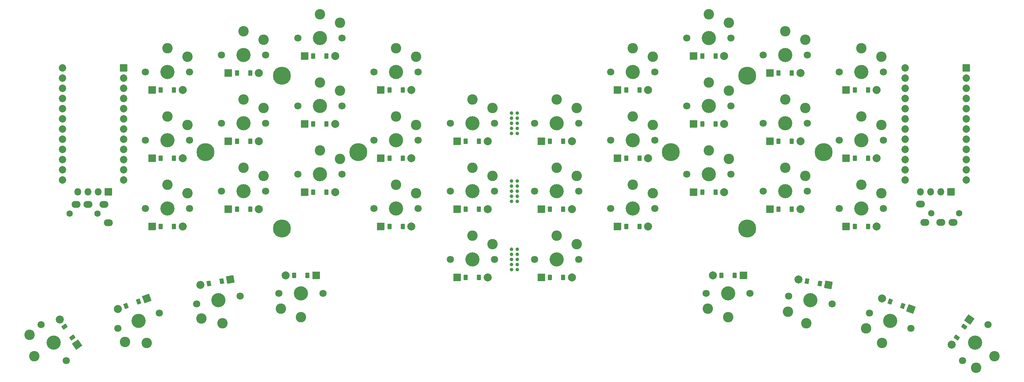
<source format=gbr>
%TF.GenerationSoftware,KiCad,Pcbnew,(6.0.4)*%
%TF.CreationDate,2022-07-04T17:43:03-04:00*%
%TF.ProjectId,glitch,676c6974-6368-42e6-9b69-6361645f7063,v1.0.0*%
%TF.SameCoordinates,Original*%
%TF.FileFunction,Soldermask,Bot*%
%TF.FilePolarity,Negative*%
%FSLAX46Y46*%
G04 Gerber Fmt 4.6, Leading zero omitted, Abs format (unit mm)*
G04 Created by KiCad (PCBNEW (6.0.4)) date 2022-07-04 17:43:03*
%MOMM*%
%LPD*%
G01*
G04 APERTURE LIST*
G04 Aperture macros list*
%AMRoundRect*
0 Rectangle with rounded corners*
0 $1 Rounding radius*
0 $2 $3 $4 $5 $6 $7 $8 $9 X,Y pos of 4 corners*
0 Add a 4 corners polygon primitive as box body*
4,1,4,$2,$3,$4,$5,$6,$7,$8,$9,$2,$3,0*
0 Add four circle primitives for the rounded corners*
1,1,$1+$1,$2,$3*
1,1,$1+$1,$4,$5*
1,1,$1+$1,$6,$7*
1,1,$1+$1,$8,$9*
0 Add four rect primitives between the rounded corners*
20,1,$1+$1,$2,$3,$4,$5,0*
20,1,$1+$1,$4,$5,$6,$7,0*
20,1,$1+$1,$6,$7,$8,$9,0*
20,1,$1+$1,$8,$9,$2,$3,0*%
G04 Aperture macros list end*
%ADD10C,3.529000*%
%ADD11C,1.801800*%
%ADD12C,2.600000*%
%ADD13RoundRect,0.050000X-0.450000X-0.600000X0.450000X-0.600000X0.450000X0.600000X-0.450000X0.600000X0*%
%ADD14C,2.005000*%
%ADD15RoundRect,0.050000X-0.889000X-0.889000X0.889000X-0.889000X0.889000X0.889000X-0.889000X0.889000X0*%
%ADD16RoundRect,0.050000X0.450000X0.600000X-0.450000X0.600000X-0.450000X-0.600000X0.450000X-0.600000X0*%
%ADD17RoundRect,0.050000X0.889000X0.889000X-0.889000X0.889000X-0.889000X-0.889000X0.889000X-0.889000X0*%
%ADD18RoundRect,0.050000X0.547352X0.512743X-0.338975X0.669026X-0.547352X-0.512743X0.338975X-0.669026X0*%
%ADD19RoundRect,0.050000X1.029867X0.721121X-0.721121X1.029867X-1.029867X-0.721121X0.721121X-1.029867X0*%
%ADD20RoundRect,0.050000X0.628074X0.409907X-0.217650X0.717725X-0.628074X-0.409907X0.217650X-0.717725X0*%
%ADD21RoundRect,0.050000X1.139443X0.531331X-0.531331X1.139443X-1.139443X-0.531331X0.531331X-1.139443X0*%
%ADD22RoundRect,0.050000X-0.233382X0.712764X-0.749601X-0.024473X0.233382X-0.712764X0.749601X0.024473X0*%
%ADD23RoundRect,0.050000X-0.218317X1.238136X-1.238136X-0.218317X0.218317X-1.238136X1.238136X0.218317X0*%
%ADD24RoundRect,0.050000X0.338975X0.669026X-0.547352X0.512743X-0.338975X-0.669026X0.547352X-0.512743X0*%
%ADD25RoundRect,0.050000X0.721121X1.029867X-1.029867X0.721121X-0.721121X-1.029867X1.029867X-0.721121X0*%
%ADD26RoundRect,0.050000X0.217650X0.717725X-0.628074X0.409907X-0.217650X-0.717725X0.628074X-0.409907X0*%
%ADD27RoundRect,0.050000X0.531331X1.139443X-1.139443X0.531331X-0.531331X-1.139443X1.139443X-0.531331X0*%
%ADD28RoundRect,0.050000X0.749601X-0.024473X0.233382X0.712764X-0.749601X0.024473X-0.233382X-0.712764X0*%
%ADD29RoundRect,0.050000X1.238136X-0.218317X0.218317X1.238136X-1.238136X0.218317X-0.218317X-1.238136X0*%
%ADD30RoundRect,0.050000X-0.876300X0.876300X-0.876300X-0.876300X0.876300X-0.876300X0.876300X0.876300X0*%
%ADD31C,1.852600*%
%ADD32C,1.600000*%
%ADD33O,2.300000X1.700000*%
%ADD34O,1.800000X1.800000*%
%ADD35RoundRect,0.050000X-0.850000X-0.850000X0.850000X-0.850000X0.850000X0.850000X-0.850000X0.850000X0*%
%ADD36C,4.500000*%
%ADD37C,0.887400*%
G04 APERTURE END LIST*
D10*
%TO.C,S1*%
X0Y0D03*
D11*
X5500000Y0D03*
X-5500000Y0D03*
D12*
X5000000Y3800000D03*
X0Y5900000D03*
%TD*%
D13*
%TO.C,D1*%
X1650000Y-4500000D03*
X-1650000Y-4500000D03*
D14*
X3810000Y-4500000D03*
D15*
X-3810000Y-4500000D03*
%TD*%
D10*
%TO.C,S2*%
X0Y17000000D03*
D11*
X5500000Y17000000D03*
X-5500000Y17000000D03*
D12*
X5000000Y20800000D03*
X0Y22900000D03*
%TD*%
D13*
%TO.C,D2*%
X1650000Y12500000D03*
X-1650000Y12500000D03*
D14*
X3810000Y12500000D03*
D15*
X-3810000Y12500000D03*
%TD*%
D10*
%TO.C,S3*%
X0Y34000000D03*
D11*
X5500000Y34000000D03*
X-5500000Y34000000D03*
D12*
X5000000Y37800000D03*
X0Y39900000D03*
%TD*%
D13*
%TO.C,D3*%
X1650000Y29500000D03*
X-1650000Y29500000D03*
D14*
X3810000Y29500000D03*
D15*
X-3810000Y29500000D03*
%TD*%
D10*
%TO.C,S4*%
X19000000Y12750000D03*
D11*
X24500000Y12750000D03*
X13500000Y12750000D03*
D12*
X24000000Y16550000D03*
X19000000Y18650000D03*
%TD*%
D13*
%TO.C,D4*%
X20650000Y8250000D03*
X17350000Y8250000D03*
D14*
X22810000Y8250000D03*
D15*
X15190000Y8250000D03*
%TD*%
D10*
%TO.C,S5*%
X19000000Y29750000D03*
D11*
X24500000Y29750000D03*
X13500000Y29750000D03*
D12*
X24000000Y33550000D03*
X19000000Y35650000D03*
%TD*%
D13*
%TO.C,D5*%
X20650000Y25250000D03*
X17350000Y25250000D03*
D14*
X22810000Y25250000D03*
D15*
X15190000Y25250000D03*
%TD*%
D10*
%TO.C,S6*%
X19000000Y46750000D03*
D11*
X24500000Y46750000D03*
X13500000Y46750000D03*
D12*
X24000000Y50550000D03*
X19000000Y52650000D03*
%TD*%
D13*
%TO.C,D6*%
X20650000Y42250000D03*
X17350000Y42250000D03*
D14*
X22810000Y42250000D03*
D15*
X15190000Y42250000D03*
%TD*%
D10*
%TO.C,S7*%
X38000000Y21250000D03*
D11*
X43500000Y21250000D03*
X32500000Y21250000D03*
D12*
X43000000Y25050000D03*
X38000000Y27150000D03*
%TD*%
D13*
%TO.C,D7*%
X39650000Y16750000D03*
X36350000Y16750000D03*
D14*
X41810000Y16750000D03*
D15*
X34190000Y16750000D03*
%TD*%
D10*
%TO.C,S8*%
X38000000Y38250000D03*
D11*
X43500000Y38250000D03*
X32500000Y38250000D03*
D12*
X43000000Y42050000D03*
X38000000Y44150000D03*
%TD*%
D13*
%TO.C,D8*%
X39650000Y33750000D03*
X36350000Y33750000D03*
D14*
X41810000Y33750000D03*
D15*
X34190000Y33750000D03*
%TD*%
D10*
%TO.C,S9*%
X38000000Y55250000D03*
D11*
X43500000Y55250000D03*
X32500000Y55250000D03*
D12*
X43000000Y59050000D03*
X38000000Y61150000D03*
%TD*%
D13*
%TO.C,D9*%
X39650000Y50750000D03*
X36350000Y50750000D03*
D14*
X41810000Y50750000D03*
D15*
X34190000Y50750000D03*
%TD*%
D10*
%TO.C,S10*%
X57000000Y17000000D03*
D11*
X62500000Y17000000D03*
X51500000Y17000000D03*
D12*
X62000000Y20800000D03*
X57000000Y22900000D03*
%TD*%
D13*
%TO.C,D10*%
X58650000Y12500000D03*
X55350000Y12500000D03*
D14*
X60810000Y12500000D03*
D15*
X53190000Y12500000D03*
%TD*%
D10*
%TO.C,S11*%
X57000000Y34000000D03*
D11*
X62500000Y34000000D03*
X51500000Y34000000D03*
D12*
X62000000Y37800000D03*
X57000000Y39900000D03*
%TD*%
D13*
%TO.C,D11*%
X58650000Y29500000D03*
X55350000Y29500000D03*
D14*
X60810000Y29500000D03*
D15*
X53190000Y29500000D03*
%TD*%
D10*
%TO.C,S12*%
X57000000Y51000000D03*
D11*
X62500000Y51000000D03*
X51500000Y51000000D03*
D12*
X62000000Y54800000D03*
X57000000Y56900000D03*
%TD*%
D13*
%TO.C,D12*%
X58650000Y46500000D03*
X55350000Y46500000D03*
D14*
X60810000Y46500000D03*
D15*
X53190000Y46500000D03*
%TD*%
D10*
%TO.C,S13*%
X76000000Y12750000D03*
D11*
X81500000Y12750000D03*
X70500000Y12750000D03*
D12*
X81000000Y16550000D03*
X76000000Y18650000D03*
%TD*%
D13*
%TO.C,D13*%
X77650000Y8250000D03*
X74350000Y8250000D03*
D14*
X79810000Y8250000D03*
D15*
X72190000Y8250000D03*
%TD*%
D10*
%TO.C,S14*%
X76000000Y29750000D03*
D11*
X81500000Y29750000D03*
X70500000Y29750000D03*
D12*
X81000000Y33550000D03*
X76000000Y35650000D03*
%TD*%
D13*
%TO.C,D14*%
X77650000Y25250000D03*
X74350000Y25250000D03*
D14*
X79810000Y25250000D03*
D15*
X72190000Y25250000D03*
%TD*%
D10*
%TO.C,S15*%
X76000000Y46750000D03*
D11*
X81500000Y46750000D03*
X70500000Y46750000D03*
D12*
X81000000Y50550000D03*
X76000000Y52650000D03*
%TD*%
D13*
%TO.C,D15*%
X77650000Y42250000D03*
X74350000Y42250000D03*
D14*
X79810000Y42250000D03*
D15*
X72190000Y42250000D03*
%TD*%
D10*
%TO.C,S16*%
X42750000Y-8500000D03*
D11*
X37250000Y-8500000D03*
X48250000Y-8500000D03*
D12*
X37750000Y-12300000D03*
X42750000Y-14400000D03*
%TD*%
D16*
%TO.C,D16*%
X41100000Y-4000000D03*
X44400000Y-4000000D03*
D14*
X38940000Y-4000000D03*
D17*
X46560000Y-4000000D03*
%TD*%
D10*
%TO.C,S17*%
X63270524Y-10120336D03*
D11*
X57854081Y-9165271D03*
X68686967Y-11075401D03*
D12*
X57686622Y-12994365D03*
X62246000Y-15930702D03*
%TD*%
D18*
%TO.C,D17*%
X62427007Y-5402182D03*
X65676873Y-5975220D03*
D14*
X60299822Y-5027101D03*
D19*
X67804058Y-6350301D03*
%TD*%
D10*
%TO.C,S18*%
X83197926Y-15279407D03*
D11*
X78029617Y-13398296D03*
X88366235Y-17160518D03*
D12*
X77199786Y-17140138D03*
X81180007Y-20823593D03*
%TD*%
D20*
%TO.C,D18*%
X83186524Y-10486457D03*
X86287510Y-11615123D03*
D14*
X81156788Y-9747693D03*
D21*
X88317246Y-12353887D03*
%TD*%
D10*
%TO.C,S19*%
X104374834Y-20711598D03*
D11*
X101220164Y-25216934D03*
X107529504Y-16206262D03*
D12*
X104619730Y-26986949D03*
X109207831Y-24095699D03*
%TD*%
D22*
%TO.C,D19*%
X99742248Y-19482105D03*
X101635050Y-16778903D03*
D14*
X98503323Y-21251473D03*
D23*
X102873975Y-15009535D03*
%TD*%
D10*
%TO.C,S20*%
X-21000000Y0D03*
D11*
X-15500000Y0D03*
X-26500000Y0D03*
D12*
X-16000000Y3800000D03*
X-21000000Y5900000D03*
%TD*%
D13*
%TO.C,D20*%
X-19350000Y-4500000D03*
X-22650000Y-4500000D03*
D14*
X-17190000Y-4500000D03*
D15*
X-24810000Y-4500000D03*
%TD*%
D10*
%TO.C,S21*%
X-21000000Y17000000D03*
D11*
X-15500000Y17000000D03*
X-26500000Y17000000D03*
D12*
X-16000000Y20800000D03*
X-21000000Y22900000D03*
%TD*%
D13*
%TO.C,D21*%
X-19350000Y12500000D03*
X-22650000Y12500000D03*
D14*
X-17190000Y12500000D03*
D15*
X-24810000Y12500000D03*
%TD*%
D10*
%TO.C,S22*%
X-21000000Y34000000D03*
D11*
X-15500000Y34000000D03*
X-26500000Y34000000D03*
D12*
X-16000000Y37800000D03*
X-21000000Y39900000D03*
%TD*%
D13*
%TO.C,D22*%
X-19350000Y29500000D03*
X-22650000Y29500000D03*
D14*
X-17190000Y29500000D03*
D15*
X-24810000Y29500000D03*
%TD*%
D10*
%TO.C,S23*%
X-40000000Y12750000D03*
D11*
X-34500000Y12750000D03*
X-45500000Y12750000D03*
D12*
X-35000000Y16550000D03*
X-40000000Y18650000D03*
%TD*%
D13*
%TO.C,D23*%
X-38350000Y8250000D03*
X-41650000Y8250000D03*
D14*
X-36190000Y8250000D03*
D15*
X-43810000Y8250000D03*
%TD*%
D10*
%TO.C,S24*%
X-40000000Y29750000D03*
D11*
X-34500000Y29750000D03*
X-45500000Y29750000D03*
D12*
X-35000000Y33550000D03*
X-40000000Y35650000D03*
%TD*%
D13*
%TO.C,D24*%
X-38350000Y25250000D03*
X-41650000Y25250000D03*
D14*
X-36190000Y25250000D03*
D15*
X-43810000Y25250000D03*
%TD*%
D10*
%TO.C,S25*%
X-40000000Y46750000D03*
D11*
X-34500000Y46750000D03*
X-45500000Y46750000D03*
D12*
X-35000000Y50550000D03*
X-40000000Y52650000D03*
%TD*%
D13*
%TO.C,D25*%
X-38350000Y42250000D03*
X-41650000Y42250000D03*
D14*
X-36190000Y42250000D03*
D15*
X-43810000Y42250000D03*
%TD*%
D10*
%TO.C,S26*%
X-59000000Y21250000D03*
D11*
X-53500000Y21250000D03*
X-64500000Y21250000D03*
D12*
X-54000000Y25050000D03*
X-59000000Y27150000D03*
%TD*%
D13*
%TO.C,D26*%
X-57350000Y16750000D03*
X-60650000Y16750000D03*
D14*
X-55190000Y16750000D03*
D15*
X-62810000Y16750000D03*
%TD*%
D10*
%TO.C,S27*%
X-59000000Y38250000D03*
D11*
X-53500000Y38250000D03*
X-64500000Y38250000D03*
D12*
X-54000000Y42050000D03*
X-59000000Y44150000D03*
%TD*%
D13*
%TO.C,D27*%
X-57350000Y33750000D03*
X-60650000Y33750000D03*
D14*
X-55190000Y33750000D03*
D15*
X-62810000Y33750000D03*
%TD*%
D10*
%TO.C,S28*%
X-59000000Y55250000D03*
D11*
X-53500000Y55250000D03*
X-64500000Y55250000D03*
D12*
X-54000000Y59050000D03*
X-59000000Y61150000D03*
%TD*%
D13*
%TO.C,D28*%
X-57350000Y50750000D03*
X-60650000Y50750000D03*
D14*
X-55190000Y50750000D03*
D15*
X-62810000Y50750000D03*
%TD*%
D10*
%TO.C,S29*%
X-78000000Y17000000D03*
D11*
X-72500000Y17000000D03*
X-83500000Y17000000D03*
D12*
X-73000000Y20800000D03*
X-78000000Y22900000D03*
%TD*%
D13*
%TO.C,D29*%
X-76350000Y12500000D03*
X-79650000Y12500000D03*
D14*
X-74190000Y12500000D03*
D15*
X-81810000Y12500000D03*
%TD*%
D10*
%TO.C,S30*%
X-78000000Y34000000D03*
D11*
X-72500000Y34000000D03*
X-83500000Y34000000D03*
D12*
X-73000000Y37800000D03*
X-78000000Y39900000D03*
%TD*%
D13*
%TO.C,D30*%
X-76350000Y29500000D03*
X-79650000Y29500000D03*
D14*
X-74190000Y29500000D03*
D15*
X-81810000Y29500000D03*
%TD*%
D10*
%TO.C,S31*%
X-78000000Y51000000D03*
D11*
X-72500000Y51000000D03*
X-83500000Y51000000D03*
D12*
X-73000000Y54800000D03*
X-78000000Y56900000D03*
%TD*%
D13*
%TO.C,D31*%
X-76350000Y46500000D03*
X-79650000Y46500000D03*
D14*
X-74190000Y46500000D03*
D15*
X-81810000Y46500000D03*
%TD*%
D10*
%TO.C,S32*%
X-97000000Y12750000D03*
D11*
X-91500000Y12750000D03*
X-102500000Y12750000D03*
D12*
X-92000000Y16550000D03*
X-97000000Y18650000D03*
%TD*%
D13*
%TO.C,D32*%
X-95350000Y8250000D03*
X-98650000Y8250000D03*
D14*
X-93190000Y8250000D03*
D15*
X-100810000Y8250000D03*
%TD*%
D10*
%TO.C,S33*%
X-97000000Y29750000D03*
D11*
X-91500000Y29750000D03*
X-102500000Y29750000D03*
D12*
X-92000000Y33550000D03*
X-97000000Y35650000D03*
%TD*%
D13*
%TO.C,D33*%
X-95350000Y25250000D03*
X-98650000Y25250000D03*
D14*
X-93190000Y25250000D03*
D15*
X-100810000Y25250000D03*
%TD*%
D10*
%TO.C,S34*%
X-97000000Y46750000D03*
D11*
X-91500000Y46750000D03*
X-102500000Y46750000D03*
D12*
X-92000000Y50550000D03*
X-97000000Y52650000D03*
%TD*%
D13*
%TO.C,D34*%
X-95350000Y42250000D03*
X-98650000Y42250000D03*
D14*
X-93190000Y42250000D03*
D15*
X-100810000Y42250000D03*
%TD*%
D10*
%TO.C,S35*%
X-63750000Y-8500000D03*
D11*
X-69250000Y-8500000D03*
X-58250000Y-8500000D03*
D12*
X-68750000Y-12300000D03*
X-63750000Y-14400000D03*
%TD*%
D16*
%TO.C,D35*%
X-65400000Y-4000000D03*
X-62100000Y-4000000D03*
D14*
X-67560000Y-4000000D03*
D17*
X-59940000Y-4000000D03*
%TD*%
D10*
%TO.C,S36*%
X-84270524Y-10120336D03*
D11*
X-89686967Y-11075401D03*
X-78854081Y-9165271D03*
D12*
X-88534700Y-14730846D03*
X-83246000Y-15930702D03*
%TD*%
D24*
%TO.C,D36*%
X-86676873Y-5975220D03*
X-83427007Y-5402182D03*
D14*
X-88804058Y-6350301D03*
D25*
X-81299822Y-5027101D03*
%TD*%
D10*
%TO.C,S37*%
X-104197926Y-15279407D03*
D11*
X-109366235Y-17160518D03*
X-99029617Y-13398296D03*
D12*
X-107596713Y-20560340D03*
X-102180007Y-20823593D03*
%TD*%
D26*
%TO.C,D37*%
X-107287510Y-11615123D03*
X-104186524Y-10486457D03*
D14*
X-109317246Y-12353887D03*
D27*
X-102156788Y-9747693D03*
%TD*%
D10*
%TO.C,S38*%
X-125374834Y-20711598D03*
D11*
X-128529504Y-16206262D03*
X-122220164Y-25216934D03*
D12*
X-131355494Y-18795428D03*
X-130207831Y-24095699D03*
%TD*%
D28*
%TO.C,D38*%
X-122635050Y-16778903D03*
X-120742248Y-19482105D03*
D14*
X-123873975Y-15009535D03*
D29*
X-119503323Y-21251473D03*
%TD*%
D30*
%TO.C,MCU1*%
X102120000Y47720000D03*
D31*
X102120000Y45180000D03*
X102120000Y42640000D03*
X102120000Y40100000D03*
X102120000Y37560000D03*
X102120000Y35020000D03*
X102120000Y32480000D03*
X102120000Y29940000D03*
X102120000Y27400000D03*
X102120000Y24860000D03*
X102120000Y22320000D03*
X102120000Y19780000D03*
X86880000Y47720000D03*
X86880000Y45180000D03*
X86880000Y42640000D03*
X86880000Y40100000D03*
X86880000Y37560000D03*
X86880000Y35020000D03*
X86880000Y32480000D03*
X86880000Y29940000D03*
X86880000Y27400000D03*
X86880000Y24860000D03*
X86880000Y22320000D03*
X86880000Y19780000D03*
%TD*%
D30*
%TO.C,MCU2*%
X-107880000Y47720000D03*
D31*
X-107880000Y45180000D03*
X-107880000Y42640000D03*
X-107880000Y40100000D03*
X-107880000Y37560000D03*
X-107880000Y35020000D03*
X-107880000Y32480000D03*
X-107880000Y29940000D03*
X-107880000Y27400000D03*
X-107880000Y24860000D03*
X-107880000Y22320000D03*
X-107880000Y19780000D03*
X-123120000Y47720000D03*
X-123120000Y45180000D03*
X-123120000Y42640000D03*
X-123120000Y40100000D03*
X-123120000Y37560000D03*
X-123120000Y35020000D03*
X-123120000Y32480000D03*
X-123120000Y29940000D03*
X-123120000Y27400000D03*
X-123120000Y24860000D03*
X-123120000Y22320000D03*
X-123120000Y19780000D03*
%TD*%
D32*
%TO.C,REF\u002A\u002A*%
X93400000Y11550000D03*
X100400000Y11550000D03*
D33*
X90700000Y13850000D03*
X91800000Y9250000D03*
X95800000Y9250000D03*
X98800000Y9250000D03*
%TD*%
D32*
%TO.C,REF\u002A\u002A*%
X-114400000Y11450000D03*
X-121400000Y11450000D03*
D33*
X-111700000Y9150000D03*
X-112800000Y13750000D03*
X-116800000Y13750000D03*
X-119800000Y13750000D03*
%TD*%
D34*
%TO.C,OLED1*%
X90680000Y16850000D03*
X93220000Y16850000D03*
X95760000Y16850000D03*
D35*
X98300000Y16850000D03*
%TD*%
D34*
%TO.C,OLED2*%
X-119320000Y16850000D03*
X-116780000Y16850000D03*
X-114240000Y16850000D03*
D35*
X-111700000Y16850000D03*
%TD*%
D36*
%TO.C,*%
X47500000Y45800000D03*
X47500000Y7700000D03*
X28450000Y26750000D03*
X66550000Y26750000D03*
%TD*%
%TO.C,*%
X-68500000Y45800000D03*
X-68500000Y7700000D03*
X-87550000Y26750000D03*
X-49450000Y26750000D03*
%TD*%
D37*
%TO.C,*%
X-9754000Y31460000D03*
X-9754000Y35270000D03*
X-9754000Y34000000D03*
X-9754000Y36540000D03*
X-9754000Y32730000D03*
%TD*%
%TO.C,*%
X-11246000Y36540000D03*
X-11246000Y32730000D03*
X-11246000Y34000000D03*
X-11246000Y31460000D03*
X-11246000Y35270000D03*
%TD*%
%TO.C,*%
X-9754000Y14460000D03*
X-9754000Y18270000D03*
X-9754000Y17000000D03*
X-9754000Y19540000D03*
X-9754000Y15730000D03*
%TD*%
%TO.C,*%
X-11246000Y19540000D03*
X-11246000Y15730000D03*
X-11246000Y17000000D03*
X-11246000Y14460000D03*
X-11246000Y18270000D03*
%TD*%
%TO.C,*%
X-9754000Y-2540000D03*
X-9754000Y1270000D03*
X-9754000Y0D03*
X-9754000Y2540000D03*
X-9754000Y-1270000D03*
%TD*%
%TO.C,*%
X-11246000Y2540000D03*
X-11246000Y-1270000D03*
X-11246000Y0D03*
X-11246000Y-2540000D03*
X-11246000Y1270000D03*
%TD*%
M02*

</source>
